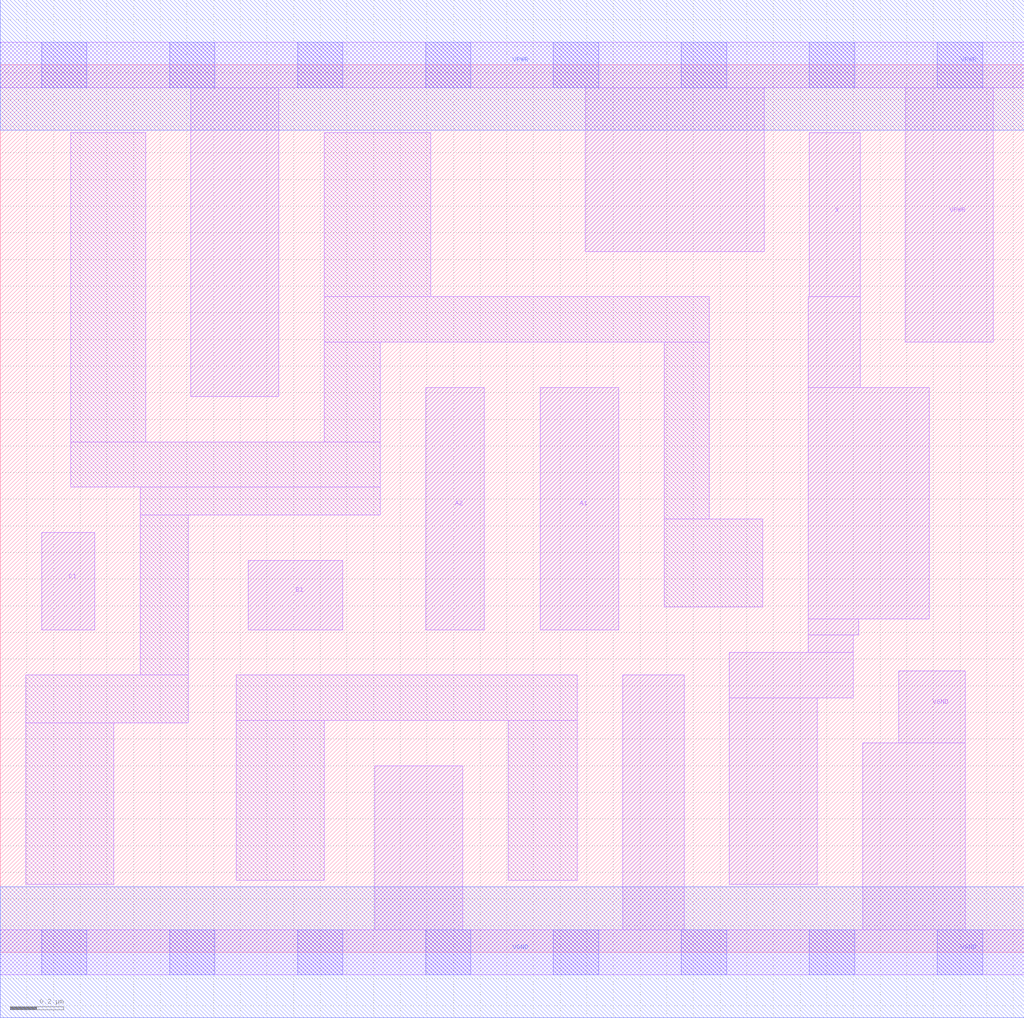
<source format=lef>
# Copyright 2020 The SkyWater PDK Authors
#
# Licensed under the Apache License, Version 2.0 (the "License");
# you may not use this file except in compliance with the License.
# You may obtain a copy of the License at
#
#     https://www.apache.org/licenses/LICENSE-2.0
#
# Unless required by applicable law or agreed to in writing, software
# distributed under the License is distributed on an "AS IS" BASIS,
# WITHOUT WARRANTIES OR CONDITIONS OF ANY KIND, either express or implied.
# See the License for the specific language governing permissions and
# limitations under the License.
#
# SPDX-License-Identifier: Apache-2.0

VERSION 5.7 ;
  NAMESCASESENSITIVE ON ;
  NOWIREEXTENSIONATPIN ON ;
  DIVIDERCHAR "/" ;
  BUSBITCHARS "[]" ;
UNITS
  DATABASE MICRONS 200 ;
END UNITS
MACRO sky130_fd_sc_lp__o211a_2
  CLASS CORE ;
  SOURCE USER ;
  FOREIGN sky130_fd_sc_lp__o211a_2 ;
  ORIGIN  0.000000  0.000000 ;
  SIZE  3.840000 BY  3.330000 ;
  SYMMETRY X Y R90 ;
  SITE unit ;
  PIN A1
    ANTENNAGATEAREA  0.315000 ;
    DIRECTION INPUT ;
    USE SIGNAL ;
    PORT
      LAYER li1 ;
        RECT 2.025000 1.210000 2.320000 2.120000 ;
    END
  END A1
  PIN A2
    ANTENNAGATEAREA  0.315000 ;
    DIRECTION INPUT ;
    USE SIGNAL ;
    PORT
      LAYER li1 ;
        RECT 1.595000 1.210000 1.815000 2.120000 ;
    END
  END A2
  PIN B1
    ANTENNAGATEAREA  0.315000 ;
    DIRECTION INPUT ;
    USE SIGNAL ;
    PORT
      LAYER li1 ;
        RECT 0.930000 1.210000 1.285000 1.470000 ;
    END
  END B1
  PIN C1
    ANTENNAGATEAREA  0.315000 ;
    DIRECTION INPUT ;
    USE SIGNAL ;
    PORT
      LAYER li1 ;
        RECT 0.155000 1.210000 0.355000 1.575000 ;
    END
  END C1
  PIN X
    ANTENNADIFFAREA  0.588000 ;
    DIRECTION OUTPUT ;
    USE SIGNAL ;
    PORT
      LAYER li1 ;
        RECT 2.735000 0.255000 3.065000 0.955000 ;
        RECT 2.735000 0.955000 3.200000 1.125000 ;
        RECT 3.030000 1.125000 3.200000 1.190000 ;
        RECT 3.030000 1.190000 3.220000 1.250000 ;
        RECT 3.030000 1.250000 3.485000 2.120000 ;
        RECT 3.030000 2.120000 3.225000 2.460000 ;
        RECT 3.035000 2.460000 3.225000 3.075000 ;
    END
  END X
  PIN VGND
    DIRECTION INOUT ;
    USE GROUND ;
    PORT
      LAYER li1 ;
        RECT 0.000000 -0.085000 3.840000 0.085000 ;
        RECT 1.405000  0.085000 1.735000 0.700000 ;
        RECT 2.335000  0.085000 2.565000 1.040000 ;
        RECT 3.235000  0.085000 3.620000 0.785000 ;
        RECT 3.370000  0.785000 3.620000 1.055000 ;
      LAYER mcon ;
        RECT 0.155000 -0.085000 0.325000 0.085000 ;
        RECT 0.635000 -0.085000 0.805000 0.085000 ;
        RECT 1.115000 -0.085000 1.285000 0.085000 ;
        RECT 1.595000 -0.085000 1.765000 0.085000 ;
        RECT 2.075000 -0.085000 2.245000 0.085000 ;
        RECT 2.555000 -0.085000 2.725000 0.085000 ;
        RECT 3.035000 -0.085000 3.205000 0.085000 ;
        RECT 3.515000 -0.085000 3.685000 0.085000 ;
      LAYER met1 ;
        RECT 0.000000 -0.245000 3.840000 0.245000 ;
    END
  END VGND
  PIN VPWR
    DIRECTION INOUT ;
    USE POWER ;
    PORT
      LAYER li1 ;
        RECT 0.000000 3.245000 3.840000 3.415000 ;
        RECT 0.715000 2.085000 1.045000 3.245000 ;
        RECT 2.195000 2.630000 2.865000 3.245000 ;
        RECT 3.395000 2.290000 3.725000 3.245000 ;
      LAYER mcon ;
        RECT 0.155000 3.245000 0.325000 3.415000 ;
        RECT 0.635000 3.245000 0.805000 3.415000 ;
        RECT 1.115000 3.245000 1.285000 3.415000 ;
        RECT 1.595000 3.245000 1.765000 3.415000 ;
        RECT 2.075000 3.245000 2.245000 3.415000 ;
        RECT 2.555000 3.245000 2.725000 3.415000 ;
        RECT 3.035000 3.245000 3.205000 3.415000 ;
        RECT 3.515000 3.245000 3.685000 3.415000 ;
      LAYER met1 ;
        RECT 0.000000 3.085000 3.840000 3.575000 ;
    END
  END VPWR
  OBS
    LAYER li1 ;
      RECT 0.095000 0.255000 0.425000 0.860000 ;
      RECT 0.095000 0.860000 0.705000 1.040000 ;
      RECT 0.265000 1.745000 1.425000 1.915000 ;
      RECT 0.265000 1.915000 0.545000 3.075000 ;
      RECT 0.525000 1.040000 0.705000 1.640000 ;
      RECT 0.525000 1.640000 1.425000 1.745000 ;
      RECT 0.885000 0.270000 1.215000 0.870000 ;
      RECT 0.885000 0.870000 2.165000 1.040000 ;
      RECT 1.215000 1.915000 1.425000 2.290000 ;
      RECT 1.215000 2.290000 2.660000 2.460000 ;
      RECT 1.215000 2.460000 1.615000 3.075000 ;
      RECT 1.905000 0.270000 2.165000 0.870000 ;
      RECT 2.490000 1.295000 2.860000 1.625000 ;
      RECT 2.490000 1.625000 2.660000 2.290000 ;
  END
END sky130_fd_sc_lp__o211a_2

</source>
